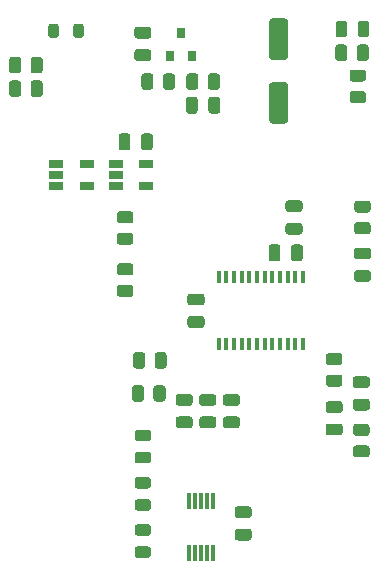
<source format=gbr>
G04 #@! TF.GenerationSoftware,KiCad,Pcbnew,(5.1.12)-1*
G04 #@! TF.CreationDate,2021-11-28T04:27:24+13:00*
G04 #@! TF.ProjectId,comprgb,636f6d70-7267-4622-9e6b-696361645f70,rev?*
G04 #@! TF.SameCoordinates,Original*
G04 #@! TF.FileFunction,Paste,Top*
G04 #@! TF.FilePolarity,Positive*
%FSLAX46Y46*%
G04 Gerber Fmt 4.6, Leading zero omitted, Abs format (unit mm)*
G04 Created by KiCad (PCBNEW (5.1.12)-1) date 2021-11-28 04:27:24*
%MOMM*%
%LPD*%
G01*
G04 APERTURE LIST*
%ADD10R,0.300000X1.400000*%
%ADD11R,0.400000X1.100000*%
%ADD12R,0.800000X0.900000*%
%ADD13R,1.220000X0.650000*%
G04 APERTURE END LIST*
G36*
G01*
X57610000Y-45605001D02*
X57610000Y-44704999D01*
G75*
G02*
X57859999Y-44455000I249999J0D01*
G01*
X58385001Y-44455000D01*
G75*
G02*
X58635000Y-44704999I0J-249999D01*
G01*
X58635000Y-45605001D01*
G75*
G02*
X58385001Y-45855000I-249999J0D01*
G01*
X57859999Y-45855000D01*
G75*
G02*
X57610000Y-45605001I0J249999D01*
G01*
G37*
G36*
G01*
X55785000Y-45605001D02*
X55785000Y-44704999D01*
G75*
G02*
X56034999Y-44455000I249999J0D01*
G01*
X56560001Y-44455000D01*
G75*
G02*
X56810000Y-44704999I0J-249999D01*
G01*
X56810000Y-45605001D01*
G75*
G02*
X56560001Y-45855000I-249999J0D01*
G01*
X56034999Y-45855000D01*
G75*
G02*
X55785000Y-45605001I0J249999D01*
G01*
G37*
G36*
G01*
X57700000Y-43606250D02*
X57700000Y-42693750D01*
G75*
G02*
X57943750Y-42450000I243750J0D01*
G01*
X58431250Y-42450000D01*
G75*
G02*
X58675000Y-42693750I0J-243750D01*
G01*
X58675000Y-43606250D01*
G75*
G02*
X58431250Y-43850000I-243750J0D01*
G01*
X57943750Y-43850000D01*
G75*
G02*
X57700000Y-43606250I0J243750D01*
G01*
G37*
G36*
G01*
X55825000Y-43606250D02*
X55825000Y-42693750D01*
G75*
G02*
X56068750Y-42450000I243750J0D01*
G01*
X56556250Y-42450000D01*
G75*
G02*
X56800000Y-42693750I0J-243750D01*
G01*
X56800000Y-43606250D01*
G75*
G02*
X56556250Y-43850000I-243750J0D01*
G01*
X56068750Y-43850000D01*
G75*
G02*
X55825000Y-43606250I0J243750D01*
G01*
G37*
G36*
G01*
X37549998Y-64810000D02*
X38450002Y-64810000D01*
G75*
G02*
X38700000Y-65059998I0J-249998D01*
G01*
X38700000Y-65585002D01*
G75*
G02*
X38450002Y-65835000I-249998J0D01*
G01*
X37549998Y-65835000D01*
G75*
G02*
X37300000Y-65585002I0J249998D01*
G01*
X37300000Y-65059998D01*
G75*
G02*
X37549998Y-64810000I249998J0D01*
G01*
G37*
G36*
G01*
X37549998Y-62985000D02*
X38450002Y-62985000D01*
G75*
G02*
X38700000Y-63234998I0J-249998D01*
G01*
X38700000Y-63760002D01*
G75*
G02*
X38450002Y-64010000I-249998J0D01*
G01*
X37549998Y-64010000D01*
G75*
G02*
X37300000Y-63760002I0J249998D01*
G01*
X37300000Y-63234998D01*
G75*
G02*
X37549998Y-62985000I249998J0D01*
G01*
G37*
G36*
G01*
X37549998Y-60400000D02*
X38450002Y-60400000D01*
G75*
G02*
X38700000Y-60649998I0J-249998D01*
G01*
X38700000Y-61175002D01*
G75*
G02*
X38450002Y-61425000I-249998J0D01*
G01*
X37549998Y-61425000D01*
G75*
G02*
X37300000Y-61175002I0J249998D01*
G01*
X37300000Y-60649998D01*
G75*
G02*
X37549998Y-60400000I249998J0D01*
G01*
G37*
G36*
G01*
X37549998Y-58575000D02*
X38450002Y-58575000D01*
G75*
G02*
X38700000Y-58824998I0J-249998D01*
G01*
X38700000Y-59350002D01*
G75*
G02*
X38450002Y-59600000I-249998J0D01*
G01*
X37549998Y-59600000D01*
G75*
G02*
X37300000Y-59350002I0J249998D01*
G01*
X37300000Y-58824998D01*
G75*
G02*
X37549998Y-58575000I249998J0D01*
G01*
G37*
G36*
G01*
X52050000Y-62575000D02*
X52050000Y-61625000D01*
G75*
G02*
X52300000Y-61375000I250000J0D01*
G01*
X52800000Y-61375000D01*
G75*
G02*
X53050000Y-61625000I0J-250000D01*
G01*
X53050000Y-62575000D01*
G75*
G02*
X52800000Y-62825000I-250000J0D01*
G01*
X52300000Y-62825000D01*
G75*
G02*
X52050000Y-62575000I0J250000D01*
G01*
G37*
G36*
G01*
X50150000Y-62575000D02*
X50150000Y-61625000D01*
G75*
G02*
X50400000Y-61375000I250000J0D01*
G01*
X50900000Y-61375000D01*
G75*
G02*
X51150000Y-61625000I0J-250000D01*
G01*
X51150000Y-62575000D01*
G75*
G02*
X50900000Y-62825000I-250000J0D01*
G01*
X50400000Y-62825000D01*
G75*
G02*
X50150000Y-62575000I0J250000D01*
G01*
G37*
G36*
G01*
X32375000Y-42918750D02*
X32375000Y-43681250D01*
G75*
G02*
X32156250Y-43900000I-218750J0D01*
G01*
X31718750Y-43900000D01*
G75*
G02*
X31500000Y-43681250I0J218750D01*
G01*
X31500000Y-42918750D01*
G75*
G02*
X31718750Y-42700000I218750J0D01*
G01*
X32156250Y-42700000D01*
G75*
G02*
X32375000Y-42918750I0J-218750D01*
G01*
G37*
G36*
G01*
X34500000Y-42918750D02*
X34500000Y-43681250D01*
G75*
G02*
X34281250Y-43900000I-218750J0D01*
G01*
X33843750Y-43900000D01*
G75*
G02*
X33625000Y-43681250I0J218750D01*
G01*
X33625000Y-42918750D01*
G75*
G02*
X33843750Y-42700000I218750J0D01*
G01*
X34281250Y-42700000D01*
G75*
G02*
X34500000Y-42918750I0J-218750D01*
G01*
G37*
G36*
G01*
X29200000Y-47749998D02*
X29200000Y-48650002D01*
G75*
G02*
X28950002Y-48900000I-249998J0D01*
G01*
X28424998Y-48900000D01*
G75*
G02*
X28175000Y-48650002I0J249998D01*
G01*
X28175000Y-47749998D01*
G75*
G02*
X28424998Y-47500000I249998J0D01*
G01*
X28950002Y-47500000D01*
G75*
G02*
X29200000Y-47749998I0J-249998D01*
G01*
G37*
G36*
G01*
X31025000Y-47749998D02*
X31025000Y-48650002D01*
G75*
G02*
X30775002Y-48900000I-249998J0D01*
G01*
X30249998Y-48900000D01*
G75*
G02*
X30000000Y-48650002I0J249998D01*
G01*
X30000000Y-47749998D01*
G75*
G02*
X30249998Y-47500000I249998J0D01*
G01*
X30775002Y-47500000D01*
G75*
G02*
X31025000Y-47749998I0J-249998D01*
G01*
G37*
G36*
G01*
X29200000Y-45749998D02*
X29200000Y-46650002D01*
G75*
G02*
X28950002Y-46900000I-249998J0D01*
G01*
X28424998Y-46900000D01*
G75*
G02*
X28175000Y-46650002I0J249998D01*
G01*
X28175000Y-45749998D01*
G75*
G02*
X28424998Y-45500000I249998J0D01*
G01*
X28950002Y-45500000D01*
G75*
G02*
X29200000Y-45749998I0J-249998D01*
G01*
G37*
G36*
G01*
X31025000Y-45749998D02*
X31025000Y-46650002D01*
G75*
G02*
X30775002Y-46900000I-249998J0D01*
G01*
X30249998Y-46900000D01*
G75*
G02*
X30000000Y-46650002I0J249998D01*
G01*
X30000000Y-45749998D01*
G75*
G02*
X30249998Y-45500000I249998J0D01*
G01*
X30775002Y-45500000D01*
G75*
G02*
X31025000Y-45749998I0J-249998D01*
G01*
G37*
G36*
G01*
X39600000Y-73549998D02*
X39600000Y-74450002D01*
G75*
G02*
X39350002Y-74700000I-249998J0D01*
G01*
X38824998Y-74700000D01*
G75*
G02*
X38575000Y-74450002I0J249998D01*
G01*
X38575000Y-73549998D01*
G75*
G02*
X38824998Y-73300000I249998J0D01*
G01*
X39350002Y-73300000D01*
G75*
G02*
X39600000Y-73549998I0J-249998D01*
G01*
G37*
G36*
G01*
X41425000Y-73549998D02*
X41425000Y-74450002D01*
G75*
G02*
X41175002Y-74700000I-249998J0D01*
G01*
X40649998Y-74700000D01*
G75*
G02*
X40400000Y-74450002I0J249998D01*
G01*
X40400000Y-73549998D01*
G75*
G02*
X40649998Y-73300000I249998J0D01*
G01*
X41175002Y-73300000D01*
G75*
G02*
X41425000Y-73549998I0J-249998D01*
G01*
G37*
G36*
G01*
X40500000Y-71650002D02*
X40500000Y-70749998D01*
G75*
G02*
X40749998Y-70500000I249998J0D01*
G01*
X41275002Y-70500000D01*
G75*
G02*
X41525000Y-70749998I0J-249998D01*
G01*
X41525000Y-71650002D01*
G75*
G02*
X41275002Y-71900000I-249998J0D01*
G01*
X40749998Y-71900000D01*
G75*
G02*
X40500000Y-71650002I0J249998D01*
G01*
G37*
G36*
G01*
X38675000Y-71650002D02*
X38675000Y-70749998D01*
G75*
G02*
X38924998Y-70500000I249998J0D01*
G01*
X39450002Y-70500000D01*
G75*
G02*
X39700000Y-70749998I0J-249998D01*
G01*
X39700000Y-71650002D01*
G75*
G02*
X39450002Y-71900000I-249998J0D01*
G01*
X38924998Y-71900000D01*
G75*
G02*
X38675000Y-71650002I0J249998D01*
G01*
G37*
G36*
G01*
X56150002Y-71600000D02*
X55249998Y-71600000D01*
G75*
G02*
X55000000Y-71350002I0J249998D01*
G01*
X55000000Y-70824998D01*
G75*
G02*
X55249998Y-70575000I249998J0D01*
G01*
X56150002Y-70575000D01*
G75*
G02*
X56400000Y-70824998I0J-249998D01*
G01*
X56400000Y-71350002D01*
G75*
G02*
X56150002Y-71600000I-249998J0D01*
G01*
G37*
G36*
G01*
X56150002Y-73425000D02*
X55249998Y-73425000D01*
G75*
G02*
X55000000Y-73175002I0J249998D01*
G01*
X55000000Y-72649998D01*
G75*
G02*
X55249998Y-72400000I249998J0D01*
G01*
X56150002Y-72400000D01*
G75*
G02*
X56400000Y-72649998I0J-249998D01*
G01*
X56400000Y-73175002D01*
G75*
G02*
X56150002Y-73425000I-249998J0D01*
G01*
G37*
G36*
G01*
X57249998Y-48400000D02*
X58150002Y-48400000D01*
G75*
G02*
X58400000Y-48649998I0J-249998D01*
G01*
X58400000Y-49175002D01*
G75*
G02*
X58150002Y-49425000I-249998J0D01*
G01*
X57249998Y-49425000D01*
G75*
G02*
X57000000Y-49175002I0J249998D01*
G01*
X57000000Y-48649998D01*
G75*
G02*
X57249998Y-48400000I249998J0D01*
G01*
G37*
G36*
G01*
X57249998Y-46575000D02*
X58150002Y-46575000D01*
G75*
G02*
X58400000Y-46824998I0J-249998D01*
G01*
X58400000Y-47350002D01*
G75*
G02*
X58150002Y-47600000I-249998J0D01*
G01*
X57249998Y-47600000D01*
G75*
G02*
X57000000Y-47350002I0J249998D01*
G01*
X57000000Y-46824998D01*
G75*
G02*
X57249998Y-46575000I249998J0D01*
G01*
G37*
G36*
G01*
X58550002Y-58700000D02*
X57649998Y-58700000D01*
G75*
G02*
X57400000Y-58450002I0J249998D01*
G01*
X57400000Y-57924998D01*
G75*
G02*
X57649998Y-57675000I249998J0D01*
G01*
X58550002Y-57675000D01*
G75*
G02*
X58800000Y-57924998I0J-249998D01*
G01*
X58800000Y-58450002D01*
G75*
G02*
X58550002Y-58700000I-249998J0D01*
G01*
G37*
G36*
G01*
X58550002Y-60525000D02*
X57649998Y-60525000D01*
G75*
G02*
X57400000Y-60275002I0J249998D01*
G01*
X57400000Y-59749998D01*
G75*
G02*
X57649998Y-59500000I249998J0D01*
G01*
X58550002Y-59500000D01*
G75*
G02*
X58800000Y-59749998I0J-249998D01*
G01*
X58800000Y-60275002D01*
G75*
G02*
X58550002Y-60525000I-249998J0D01*
G01*
G37*
G36*
G01*
X57549998Y-76568000D02*
X58450002Y-76568000D01*
G75*
G02*
X58700000Y-76817998I0J-249998D01*
G01*
X58700000Y-77343002D01*
G75*
G02*
X58450002Y-77593000I-249998J0D01*
G01*
X57549998Y-77593000D01*
G75*
G02*
X57300000Y-77343002I0J249998D01*
G01*
X57300000Y-76817998D01*
G75*
G02*
X57549998Y-76568000I249998J0D01*
G01*
G37*
G36*
G01*
X57549998Y-78393000D02*
X58450002Y-78393000D01*
G75*
G02*
X58700000Y-78642998I0J-249998D01*
G01*
X58700000Y-79168002D01*
G75*
G02*
X58450002Y-79418000I-249998J0D01*
G01*
X57549998Y-79418000D01*
G75*
G02*
X57300000Y-79168002I0J249998D01*
G01*
X57300000Y-78642998D01*
G75*
G02*
X57549998Y-78393000I249998J0D01*
G01*
G37*
G36*
G01*
X40400000Y-47149998D02*
X40400000Y-48050002D01*
G75*
G02*
X40150002Y-48300000I-249998J0D01*
G01*
X39624998Y-48300000D01*
G75*
G02*
X39375000Y-48050002I0J249998D01*
G01*
X39375000Y-47149998D01*
G75*
G02*
X39624998Y-46900000I249998J0D01*
G01*
X40150002Y-46900000D01*
G75*
G02*
X40400000Y-47149998I0J-249998D01*
G01*
G37*
G36*
G01*
X42225000Y-47149998D02*
X42225000Y-48050002D01*
G75*
G02*
X41975002Y-48300000I-249998J0D01*
G01*
X41449998Y-48300000D01*
G75*
G02*
X41200000Y-48050002I0J249998D01*
G01*
X41200000Y-47149998D01*
G75*
G02*
X41449998Y-46900000I249998J0D01*
G01*
X41975002Y-46900000D01*
G75*
G02*
X42225000Y-47149998I0J-249998D01*
G01*
G37*
G36*
G01*
X44200000Y-47149998D02*
X44200000Y-48050002D01*
G75*
G02*
X43950002Y-48300000I-249998J0D01*
G01*
X43424998Y-48300000D01*
G75*
G02*
X43175000Y-48050002I0J249998D01*
G01*
X43175000Y-47149998D01*
G75*
G02*
X43424998Y-46900000I249998J0D01*
G01*
X43950002Y-46900000D01*
G75*
G02*
X44200000Y-47149998I0J-249998D01*
G01*
G37*
G36*
G01*
X46025000Y-47149998D02*
X46025000Y-48050002D01*
G75*
G02*
X45775002Y-48300000I-249998J0D01*
G01*
X45249998Y-48300000D01*
G75*
G02*
X45000000Y-48050002I0J249998D01*
G01*
X45000000Y-47149998D01*
G75*
G02*
X45249998Y-46900000I249998J0D01*
G01*
X45775002Y-46900000D01*
G75*
G02*
X46025000Y-47149998I0J-249998D01*
G01*
G37*
G36*
G01*
X55225000Y-76550000D02*
X56175000Y-76550000D01*
G75*
G02*
X56425000Y-76800000I0J-250000D01*
G01*
X56425000Y-77300000D01*
G75*
G02*
X56175000Y-77550000I-250000J0D01*
G01*
X55225000Y-77550000D01*
G75*
G02*
X54975000Y-77300000I0J250000D01*
G01*
X54975000Y-76800000D01*
G75*
G02*
X55225000Y-76550000I250000J0D01*
G01*
G37*
G36*
G01*
X55225000Y-74650000D02*
X56175000Y-74650000D01*
G75*
G02*
X56425000Y-74900000I0J-250000D01*
G01*
X56425000Y-75400000D01*
G75*
G02*
X56175000Y-75650000I-250000J0D01*
G01*
X55225000Y-75650000D01*
G75*
G02*
X54975000Y-75400000I0J250000D01*
G01*
X54975000Y-74900000D01*
G75*
G02*
X55225000Y-74650000I250000J0D01*
G01*
G37*
G36*
G01*
X48475000Y-84550000D02*
X47525000Y-84550000D01*
G75*
G02*
X47275000Y-84300000I0J250000D01*
G01*
X47275000Y-83800000D01*
G75*
G02*
X47525000Y-83550000I250000J0D01*
G01*
X48475000Y-83550000D01*
G75*
G02*
X48725000Y-83800000I0J-250000D01*
G01*
X48725000Y-84300000D01*
G75*
G02*
X48475000Y-84550000I-250000J0D01*
G01*
G37*
G36*
G01*
X48475000Y-86450000D02*
X47525000Y-86450000D01*
G75*
G02*
X47275000Y-86200000I0J250000D01*
G01*
X47275000Y-85700000D01*
G75*
G02*
X47525000Y-85450000I250000J0D01*
G01*
X48475000Y-85450000D01*
G75*
G02*
X48725000Y-85700000I0J-250000D01*
G01*
X48725000Y-86200000D01*
G75*
G02*
X48475000Y-86450000I-250000J0D01*
G01*
G37*
G36*
G01*
X44475000Y-66550000D02*
X43525000Y-66550000D01*
G75*
G02*
X43275000Y-66300000I0J250000D01*
G01*
X43275000Y-65800000D01*
G75*
G02*
X43525000Y-65550000I250000J0D01*
G01*
X44475000Y-65550000D01*
G75*
G02*
X44725000Y-65800000I0J-250000D01*
G01*
X44725000Y-66300000D01*
G75*
G02*
X44475000Y-66550000I-250000J0D01*
G01*
G37*
G36*
G01*
X44475000Y-68450000D02*
X43525000Y-68450000D01*
G75*
G02*
X43275000Y-68200000I0J250000D01*
G01*
X43275000Y-67700000D01*
G75*
G02*
X43525000Y-67450000I250000J0D01*
G01*
X44475000Y-67450000D01*
G75*
G02*
X44725000Y-67700000I0J-250000D01*
G01*
X44725000Y-68200000D01*
G75*
G02*
X44475000Y-68450000I-250000J0D01*
G01*
G37*
G36*
G01*
X38450000Y-52225000D02*
X38450000Y-53175000D01*
G75*
G02*
X38200000Y-53425000I-250000J0D01*
G01*
X37700000Y-53425000D01*
G75*
G02*
X37450000Y-53175000I0J250000D01*
G01*
X37450000Y-52225000D01*
G75*
G02*
X37700000Y-51975000I250000J0D01*
G01*
X38200000Y-51975000D01*
G75*
G02*
X38450000Y-52225000I0J-250000D01*
G01*
G37*
G36*
G01*
X40350000Y-52225000D02*
X40350000Y-53175000D01*
G75*
G02*
X40100000Y-53425000I-250000J0D01*
G01*
X39600000Y-53425000D01*
G75*
G02*
X39350000Y-53175000I0J250000D01*
G01*
X39350000Y-52225000D01*
G75*
G02*
X39600000Y-51975000I250000J0D01*
G01*
X40100000Y-51975000D01*
G75*
G02*
X40350000Y-52225000I0J-250000D01*
G01*
G37*
G36*
G01*
X44150000Y-49125000D02*
X44150000Y-50075000D01*
G75*
G02*
X43900000Y-50325000I-250000J0D01*
G01*
X43400000Y-50325000D01*
G75*
G02*
X43150000Y-50075000I0J250000D01*
G01*
X43150000Y-49125000D01*
G75*
G02*
X43400000Y-48875000I250000J0D01*
G01*
X43900000Y-48875000D01*
G75*
G02*
X44150000Y-49125000I0J-250000D01*
G01*
G37*
G36*
G01*
X46050000Y-49125000D02*
X46050000Y-50075000D01*
G75*
G02*
X45800000Y-50325000I-250000J0D01*
G01*
X45300000Y-50325000D01*
G75*
G02*
X45050000Y-50075000I0J250000D01*
G01*
X45050000Y-49125000D01*
G75*
G02*
X45300000Y-48875000I250000J0D01*
G01*
X45800000Y-48875000D01*
G75*
G02*
X46050000Y-49125000I0J-250000D01*
G01*
G37*
G36*
G01*
X39025000Y-44850000D02*
X39975000Y-44850000D01*
G75*
G02*
X40225000Y-45100000I0J-250000D01*
G01*
X40225000Y-45600000D01*
G75*
G02*
X39975000Y-45850000I-250000J0D01*
G01*
X39025000Y-45850000D01*
G75*
G02*
X38775000Y-45600000I0J250000D01*
G01*
X38775000Y-45100000D01*
G75*
G02*
X39025000Y-44850000I250000J0D01*
G01*
G37*
G36*
G01*
X39025000Y-42950000D02*
X39975000Y-42950000D01*
G75*
G02*
X40225000Y-43200000I0J-250000D01*
G01*
X40225000Y-43700000D01*
G75*
G02*
X39975000Y-43950000I-250000J0D01*
G01*
X39025000Y-43950000D01*
G75*
G02*
X38775000Y-43700000I0J250000D01*
G01*
X38775000Y-43200000D01*
G75*
G02*
X39025000Y-42950000I250000J0D01*
G01*
G37*
G36*
G01*
X42525000Y-75950000D02*
X43475000Y-75950000D01*
G75*
G02*
X43725000Y-76200000I0J-250000D01*
G01*
X43725000Y-76700000D01*
G75*
G02*
X43475000Y-76950000I-250000J0D01*
G01*
X42525000Y-76950000D01*
G75*
G02*
X42275000Y-76700000I0J250000D01*
G01*
X42275000Y-76200000D01*
G75*
G02*
X42525000Y-75950000I250000J0D01*
G01*
G37*
G36*
G01*
X42525000Y-74050000D02*
X43475000Y-74050000D01*
G75*
G02*
X43725000Y-74300000I0J-250000D01*
G01*
X43725000Y-74800000D01*
G75*
G02*
X43475000Y-75050000I-250000J0D01*
G01*
X42525000Y-75050000D01*
G75*
G02*
X42275000Y-74800000I0J250000D01*
G01*
X42275000Y-74300000D01*
G75*
G02*
X42525000Y-74050000I250000J0D01*
G01*
G37*
G36*
G01*
X44525000Y-75950000D02*
X45475000Y-75950000D01*
G75*
G02*
X45725000Y-76200000I0J-250000D01*
G01*
X45725000Y-76700000D01*
G75*
G02*
X45475000Y-76950000I-250000J0D01*
G01*
X44525000Y-76950000D01*
G75*
G02*
X44275000Y-76700000I0J250000D01*
G01*
X44275000Y-76200000D01*
G75*
G02*
X44525000Y-75950000I250000J0D01*
G01*
G37*
G36*
G01*
X44525000Y-74050000D02*
X45475000Y-74050000D01*
G75*
G02*
X45725000Y-74300000I0J-250000D01*
G01*
X45725000Y-74800000D01*
G75*
G02*
X45475000Y-75050000I-250000J0D01*
G01*
X44525000Y-75050000D01*
G75*
G02*
X44275000Y-74800000I0J250000D01*
G01*
X44275000Y-74300000D01*
G75*
G02*
X44525000Y-74050000I250000J0D01*
G01*
G37*
G36*
G01*
X46525000Y-75950000D02*
X47475000Y-75950000D01*
G75*
G02*
X47725000Y-76200000I0J-250000D01*
G01*
X47725000Y-76700000D01*
G75*
G02*
X47475000Y-76950000I-250000J0D01*
G01*
X46525000Y-76950000D01*
G75*
G02*
X46275000Y-76700000I0J250000D01*
G01*
X46275000Y-76200000D01*
G75*
G02*
X46525000Y-75950000I250000J0D01*
G01*
G37*
G36*
G01*
X46525000Y-74050000D02*
X47475000Y-74050000D01*
G75*
G02*
X47725000Y-74300000I0J-250000D01*
G01*
X47725000Y-74800000D01*
G75*
G02*
X47475000Y-75050000I-250000J0D01*
G01*
X46525000Y-75050000D01*
G75*
G02*
X46275000Y-74800000I0J250000D01*
G01*
X46275000Y-74300000D01*
G75*
G02*
X46525000Y-74050000I250000J0D01*
G01*
G37*
G36*
G01*
X52775000Y-58650000D02*
X51825000Y-58650000D01*
G75*
G02*
X51575000Y-58400000I0J250000D01*
G01*
X51575000Y-57900000D01*
G75*
G02*
X51825000Y-57650000I250000J0D01*
G01*
X52775000Y-57650000D01*
G75*
G02*
X53025000Y-57900000I0J-250000D01*
G01*
X53025000Y-58400000D01*
G75*
G02*
X52775000Y-58650000I-250000J0D01*
G01*
G37*
G36*
G01*
X52775000Y-60550000D02*
X51825000Y-60550000D01*
G75*
G02*
X51575000Y-60300000I0J250000D01*
G01*
X51575000Y-59800000D01*
G75*
G02*
X51825000Y-59550000I250000J0D01*
G01*
X52775000Y-59550000D01*
G75*
G02*
X53025000Y-59800000I0J-250000D01*
G01*
X53025000Y-60300000D01*
G75*
G02*
X52775000Y-60550000I-250000J0D01*
G01*
G37*
G36*
G01*
X58575000Y-62650000D02*
X57625000Y-62650000D01*
G75*
G02*
X57375000Y-62400000I0J250000D01*
G01*
X57375000Y-61900000D01*
G75*
G02*
X57625000Y-61650000I250000J0D01*
G01*
X58575000Y-61650000D01*
G75*
G02*
X58825000Y-61900000I0J-250000D01*
G01*
X58825000Y-62400000D01*
G75*
G02*
X58575000Y-62650000I-250000J0D01*
G01*
G37*
G36*
G01*
X58575000Y-64550000D02*
X57625000Y-64550000D01*
G75*
G02*
X57375000Y-64300000I0J250000D01*
G01*
X57375000Y-63800000D01*
G75*
G02*
X57625000Y-63550000I250000J0D01*
G01*
X58575000Y-63550000D01*
G75*
G02*
X58825000Y-63800000I0J-250000D01*
G01*
X58825000Y-64300000D01*
G75*
G02*
X58575000Y-64550000I-250000J0D01*
G01*
G37*
G36*
G01*
X57525000Y-72550000D02*
X58475000Y-72550000D01*
G75*
G02*
X58725000Y-72800000I0J-250000D01*
G01*
X58725000Y-73300000D01*
G75*
G02*
X58475000Y-73550000I-250000J0D01*
G01*
X57525000Y-73550000D01*
G75*
G02*
X57275000Y-73300000I0J250000D01*
G01*
X57275000Y-72800000D01*
G75*
G02*
X57525000Y-72550000I250000J0D01*
G01*
G37*
G36*
G01*
X57525000Y-74450000D02*
X58475000Y-74450000D01*
G75*
G02*
X58725000Y-74700000I0J-250000D01*
G01*
X58725000Y-75200000D01*
G75*
G02*
X58475000Y-75450000I-250000J0D01*
G01*
X57525000Y-75450000D01*
G75*
G02*
X57275000Y-75200000I0J250000D01*
G01*
X57275000Y-74700000D01*
G75*
G02*
X57525000Y-74450000I250000J0D01*
G01*
G37*
D10*
X45400000Y-87500000D03*
X44900000Y-87500000D03*
X44400000Y-87500000D03*
X43900000Y-87500000D03*
X43400000Y-87500000D03*
X43400000Y-83100000D03*
X43900000Y-83100000D03*
X44400000Y-83100000D03*
X44900000Y-83100000D03*
X45400000Y-83100000D03*
D11*
X53075000Y-69850000D03*
X52425000Y-69850000D03*
X51775000Y-69850000D03*
X51125000Y-69850000D03*
X50475000Y-69850000D03*
X49825000Y-69850000D03*
X49175000Y-69850000D03*
X48525000Y-69850000D03*
X47875000Y-69850000D03*
X47225000Y-69850000D03*
X46575000Y-69850000D03*
X45925000Y-69850000D03*
X45925000Y-64150000D03*
X46575000Y-64150000D03*
X47225000Y-64150000D03*
X47875000Y-64150000D03*
X48525000Y-64150000D03*
X49175000Y-64150000D03*
X49825000Y-64150000D03*
X50475000Y-64150000D03*
X51125000Y-64150000D03*
X51775000Y-64150000D03*
X52425000Y-64150000D03*
X53075000Y-64150000D03*
D12*
X42746000Y-43442000D03*
X43696000Y-45442000D03*
X41796000Y-45442000D03*
G36*
G01*
X51550000Y-45750000D02*
X50450000Y-45750000D01*
G75*
G02*
X50200000Y-45500000I0J250000D01*
G01*
X50200000Y-42500000D01*
G75*
G02*
X50450000Y-42250000I250000J0D01*
G01*
X51550000Y-42250000D01*
G75*
G02*
X51800000Y-42500000I0J-250000D01*
G01*
X51800000Y-45500000D01*
G75*
G02*
X51550000Y-45750000I-250000J0D01*
G01*
G37*
G36*
G01*
X51550000Y-51150000D02*
X50450000Y-51150000D01*
G75*
G02*
X50200000Y-50900000I0J250000D01*
G01*
X50200000Y-47900000D01*
G75*
G02*
X50450000Y-47650000I250000J0D01*
G01*
X51550000Y-47650000D01*
G75*
G02*
X51800000Y-47900000I0J-250000D01*
G01*
X51800000Y-50900000D01*
G75*
G02*
X51550000Y-51150000I-250000J0D01*
G01*
G37*
G36*
G01*
X39956250Y-86050000D02*
X39043750Y-86050000D01*
G75*
G02*
X38800000Y-85806250I0J243750D01*
G01*
X38800000Y-85318750D01*
G75*
G02*
X39043750Y-85075000I243750J0D01*
G01*
X39956250Y-85075000D01*
G75*
G02*
X40200000Y-85318750I0J-243750D01*
G01*
X40200000Y-85806250D01*
G75*
G02*
X39956250Y-86050000I-243750J0D01*
G01*
G37*
G36*
G01*
X39956250Y-87925000D02*
X39043750Y-87925000D01*
G75*
G02*
X38800000Y-87681250I0J243750D01*
G01*
X38800000Y-87193750D01*
G75*
G02*
X39043750Y-86950000I243750J0D01*
G01*
X39956250Y-86950000D01*
G75*
G02*
X40200000Y-87193750I0J-243750D01*
G01*
X40200000Y-87681250D01*
G75*
G02*
X39956250Y-87925000I-243750J0D01*
G01*
G37*
G36*
G01*
X39043750Y-78950000D02*
X39956250Y-78950000D01*
G75*
G02*
X40200000Y-79193750I0J-243750D01*
G01*
X40200000Y-79681250D01*
G75*
G02*
X39956250Y-79925000I-243750J0D01*
G01*
X39043750Y-79925000D01*
G75*
G02*
X38800000Y-79681250I0J243750D01*
G01*
X38800000Y-79193750D01*
G75*
G02*
X39043750Y-78950000I243750J0D01*
G01*
G37*
G36*
G01*
X39043750Y-77075000D02*
X39956250Y-77075000D01*
G75*
G02*
X40200000Y-77318750I0J-243750D01*
G01*
X40200000Y-77806250D01*
G75*
G02*
X39956250Y-78050000I-243750J0D01*
G01*
X39043750Y-78050000D01*
G75*
G02*
X38800000Y-77806250I0J243750D01*
G01*
X38800000Y-77318750D01*
G75*
G02*
X39043750Y-77075000I243750J0D01*
G01*
G37*
G36*
G01*
X39043750Y-82950000D02*
X39956250Y-82950000D01*
G75*
G02*
X40200000Y-83193750I0J-243750D01*
G01*
X40200000Y-83681250D01*
G75*
G02*
X39956250Y-83925000I-243750J0D01*
G01*
X39043750Y-83925000D01*
G75*
G02*
X38800000Y-83681250I0J243750D01*
G01*
X38800000Y-83193750D01*
G75*
G02*
X39043750Y-82950000I243750J0D01*
G01*
G37*
G36*
G01*
X39043750Y-81075000D02*
X39956250Y-81075000D01*
G75*
G02*
X40200000Y-81318750I0J-243750D01*
G01*
X40200000Y-81806250D01*
G75*
G02*
X39956250Y-82050000I-243750J0D01*
G01*
X39043750Y-82050000D01*
G75*
G02*
X38800000Y-81806250I0J243750D01*
G01*
X38800000Y-81318750D01*
G75*
G02*
X39043750Y-81075000I243750J0D01*
G01*
G37*
D13*
X39810000Y-54550000D03*
X39810000Y-56450000D03*
X37190000Y-56450000D03*
X37190000Y-55500000D03*
X37190000Y-54550000D03*
X34810000Y-54550000D03*
X34810000Y-56450000D03*
X32190000Y-56450000D03*
X32190000Y-55500000D03*
X32190000Y-54550000D03*
M02*

</source>
